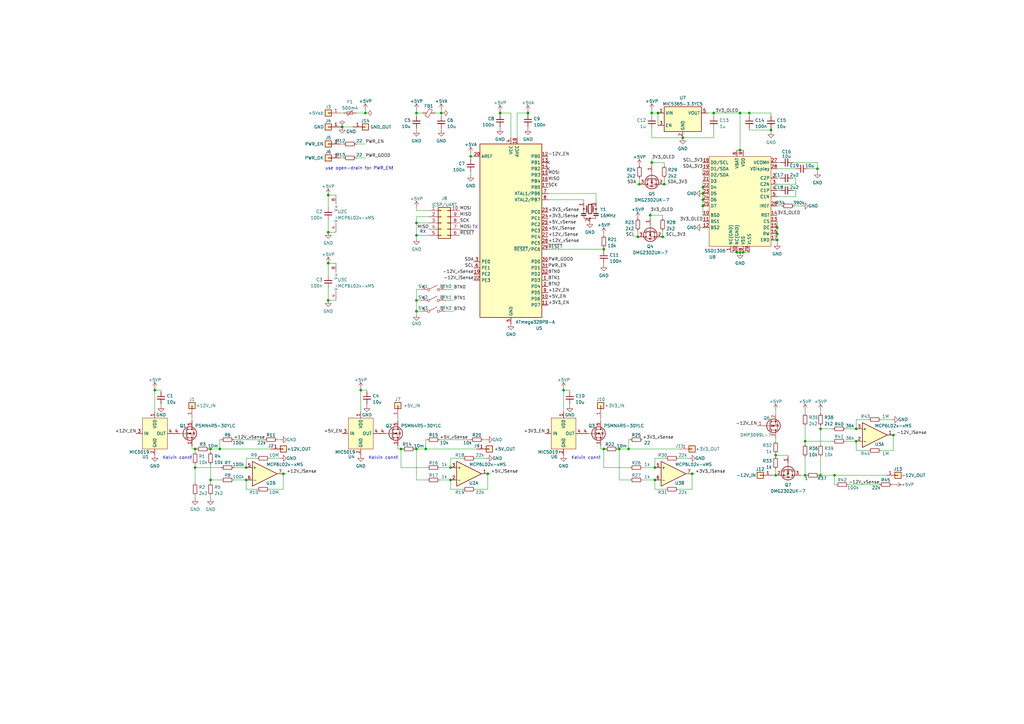
<source format=kicad_sch>
(kicad_sch (version 20230121) (generator eeschema)
  (paper "A3")
  (junction (at 292.735 46.355))
  (junction (at 174.625 184.15))
  (junction (at 336.55 194.945))
  (junction (at 170.815 127.635))
  (junction (at 147.955 160.02))
  (junction (at 134.62 80.01))
  (junction (at 134.62 107.95))
  (junction (at 205.105 46.355))
  (junction (at 272.415 75.565))
  (junction (at 330.2 194.945))
  (junction (at 267.335 46.355))
  (junction (at 216.535 46.355))
  (junction (at 100.965 196.85))
  (junction (at 63.5 160.02))
  (junction (at 247.65 184.15))
  (junction (at 280.035 56.515))
  (junction (at 257.81 184.15))
  (junction (at 170.815 91.44))
  (junction (at 184.785 196.85))
  (junction (at 288.29 79.375))
  (junction (at 335.28 69.215))
  (junction (at 170.815 96.52))
  (junction (at 170.815 184.15))
  (junction (at 318.77 93.345))
  (junction (at 288.29 84.455))
  (junction (at 80.01 191.77))
  (junction (at 116.205 194.31))
  (junction (at 318.135 186.69))
  (junction (at 307.34 46.355))
  (junction (at 303.53 103.505))
  (junction (at 100.965 191.77))
  (junction (at 231.14 160.02))
  (junction (at 134.62 95.25))
  (junction (at 318.77 98.425))
  (junction (at 134.62 123.19))
  (junction (at 302.26 103.505))
  (junction (at 170.815 123.19))
  (junction (at 330.2 180.975))
  (junction (at 304.8 103.505))
  (junction (at 283.845 194.31))
  (junction (at 268.605 196.85))
  (junction (at 266.7 88.265))
  (junction (at 140.335 52.07))
  (junction (at 269.875 46.355))
  (junction (at 80.01 184.15))
  (junction (at 193.04 64.135))
  (junction (at 261.62 97.155))
  (junction (at 149.86 46.355))
  (junction (at 351.155 180.975))
  (junction (at 90.17 184.15))
  (junction (at 254 184.15))
  (junction (at 303.53 46.355))
  (junction (at 316.23 53.34))
  (junction (at 268.605 191.77))
  (junction (at 318.135 194.945))
  (junction (at 184.785 191.77))
  (junction (at 271.78 97.155))
  (junction (at 336.55 175.895))
  (junction (at 303.53 61.595))
  (junction (at 200.025 194.31))
  (junction (at 288.29 76.835))
  (junction (at 342.265 194.945))
  (junction (at 351.155 175.895))
  (junction (at 366.395 178.435))
  (junction (at 170.815 46.355))
  (junction (at 86.36 184.15))
  (junction (at 164.465 184.15))
  (junction (at 247.65 102.235))
  (junction (at 267.335 66.675))
  (junction (at 262.255 75.565))
  (junction (at 86.36 196.85))
  (junction (at 318.77 95.885))
  (junction (at 180.975 46.355))
  (junction (at 288.29 81.915))
  (no_connect (at 224.79 66.675))
  (no_connect (at 224.79 69.215))
  (wire (pts (xy 278.13 187.96) (xy 282.575 187.96)))
  (wire (pts (xy 163.195 171.45) (xy 163.195 172.72)))
  (wire (pts (xy 80.01 190.5) (xy 80.01 191.77)))
  (wire (pts (xy 260.35 97.155) (xy 261.62 97.155)))
  (wire (pts (xy 247.65 102.235) (xy 247.65 102.87)))
  (wire (pts (xy 224.79 102.235) (xy 247.65 102.235)))
  (wire (pts (xy 147.955 160.02) (xy 150.495 160.02)))
  (wire (pts (xy 198.12 180.34) (xy 199.39 180.34)))
  (wire (pts (xy 189.865 187.96) (xy 184.785 187.96)))
  (wire (pts (xy 205.105 46.355) (xy 205.105 46.99)))
  (wire (pts (xy 318.77 80.645) (xy 326.39 80.645)))
  (wire (pts (xy 170.815 86.36) (xy 175.895 86.36)))
  (wire (pts (xy 318.77 84.455) (xy 320.675 84.455)))
  (wire (pts (xy 356.235 172.085) (xy 351.155 172.085)))
  (wire (pts (xy 257.81 184.15) (xy 278.765 184.15)))
  (wire (pts (xy 336.55 168.275) (xy 336.55 169.545)))
  (wire (pts (xy 336.55 175.895) (xy 341.63 175.895)))
  (wire (pts (xy 113.665 180.34) (xy 114.935 180.34)))
  (wire (pts (xy 233.68 160.655) (xy 233.68 160.02)))
  (wire (pts (xy 267.335 52.705) (xy 267.335 56.515)))
  (wire (pts (xy 330.2 187.325) (xy 330.2 194.945)))
  (wire (pts (xy 335.28 69.215) (xy 331.47 69.215)))
  (wire (pts (xy 316.23 53.34) (xy 307.34 53.34)))
  (wire (pts (xy 150.495 160.655) (xy 150.495 160.02)))
  (wire (pts (xy 170.815 123.19) (xy 170.815 127.635)))
  (wire (pts (xy 147.955 160.02) (xy 147.955 168.91)))
  (wire (pts (xy 342.9 198.755) (xy 342.265 198.755)))
  (wire (pts (xy 231.14 159.385) (xy 231.14 160.02)))
  (wire (pts (xy 271.78 89.535) (xy 271.78 88.265)))
  (wire (pts (xy 316.23 47.625) (xy 316.23 46.355)))
  (wire (pts (xy 86.36 196.85) (xy 90.805 196.85)))
  (wire (pts (xy 194.945 187.96) (xy 199.39 187.96)))
  (wire (pts (xy 233.68 165.735) (xy 233.68 166.37)))
  (wire (pts (xy 170.815 97.79) (xy 170.815 96.52)))
  (wire (pts (xy 63.5 160.02) (xy 63.5 168.91)))
  (wire (pts (xy 134.62 85.09) (xy 134.62 80.01)))
  (wire (pts (xy 316.23 52.705) (xy 316.23 53.34)))
  (wire (pts (xy 134.62 90.17) (xy 134.62 95.25)))
  (wire (pts (xy 80.01 184.15) (xy 80.01 185.42)))
  (wire (pts (xy 248.285 184.15) (xy 247.65 184.15)))
  (wire (pts (xy 110.49 200.66) (xy 116.205 200.66)))
  (wire (pts (xy 292.735 47.625) (xy 292.735 46.355)))
  (wire (pts (xy 95.885 191.77) (xy 100.965 191.77)))
  (wire (pts (xy 209.55 46.355) (xy 209.55 56.515)))
  (wire (pts (xy 346.71 175.895) (xy 351.155 175.895)))
  (wire (pts (xy 180.975 45.085) (xy 180.975 46.355)))
  (wire (pts (xy 80.645 184.15) (xy 80.01 184.15)))
  (wire (pts (xy 292.735 46.355) (xy 290.195 46.355)))
  (wire (pts (xy 80.01 191.77) (xy 90.805 191.77)))
  (wire (pts (xy 247.65 191.77) (xy 258.445 191.77)))
  (wire (pts (xy 224.79 81.915) (xy 239.395 81.915)))
  (wire (pts (xy 212.09 46.355) (xy 216.535 46.355)))
  (wire (pts (xy 361.315 172.085) (xy 365.76 172.085)))
  (wire (pts (xy 272.415 75.565) (xy 273.685 75.565)))
  (wire (pts (xy 336.55 175.895) (xy 336.55 182.245)))
  (wire (pts (xy 302.26 103.505) (xy 303.53 103.505)))
  (wire (pts (xy 193.04 64.135) (xy 193.04 65.405)))
  (wire (pts (xy 272.415 73.025) (xy 272.415 75.565)))
  (wire (pts (xy 180.34 180.34) (xy 193.04 180.34)))
  (wire (pts (xy 231.14 160.02) (xy 231.14 168.91)))
  (wire (pts (xy 134.62 123.19) (xy 137.795 123.19)))
  (wire (pts (xy 178.435 46.355) (xy 180.975 46.355)))
  (wire (pts (xy 325.12 66.675) (xy 335.28 66.675)))
  (wire (pts (xy 273.05 187.96) (xy 268.605 187.96)))
  (wire (pts (xy 86.36 196.85) (xy 86.36 198.12)))
  (wire (pts (xy 307.34 53.34) (xy 307.34 52.705)))
  (wire (pts (xy 170.815 45.085) (xy 170.815 46.355)))
  (wire (pts (xy 80.01 191.77) (xy 80.01 198.12)))
  (wire (pts (xy 318.77 93.345) (xy 318.77 90.805)))
  (wire (pts (xy 86.36 184.15) (xy 86.36 185.42)))
  (wire (pts (xy 246.38 184.15) (xy 247.65 184.15)))
  (wire (pts (xy 174.625 180.34) (xy 174.625 184.15)))
  (wire (pts (xy 90.805 180.34) (xy 90.17 180.34)))
  (wire (pts (xy 267.335 66.675) (xy 272.415 66.675)))
  (wire (pts (xy 330.2 180.975) (xy 341.63 180.975)))
  (wire (pts (xy 254 184.15) (xy 254 196.85)))
  (wire (pts (xy 267.335 66.675) (xy 267.335 67.945)))
  (wire (pts (xy 318.135 168.275) (xy 318.135 169.545)))
  (wire (pts (xy 303.53 46.355) (xy 303.53 61.595)))
  (wire (pts (xy 272.415 67.945) (xy 272.415 66.675)))
  (wire (pts (xy 147.955 159.385) (xy 147.955 160.02)))
  (wire (pts (xy 170.815 118.745) (xy 170.815 123.19)))
  (wire (pts (xy 170.815 96.52) (xy 170.815 91.44)))
  (wire (pts (xy 288.29 79.375) (xy 288.29 81.915)))
  (wire (pts (xy 263.525 191.77) (xy 268.605 191.77)))
  (wire (pts (xy 165.1 184.15) (xy 164.465 184.15)))
  (wire (pts (xy 247.65 184.15) (xy 247.65 191.77)))
  (wire (pts (xy 335.28 69.215) (xy 335.28 70.485)))
  (wire (pts (xy 307.34 46.355) (xy 307.34 47.625)))
  (wire (pts (xy 170.815 184.15) (xy 174.625 184.15)))
  (wire (pts (xy 273.05 200.66) (xy 268.605 200.66)))
  (wire (pts (xy 164.465 184.15) (xy 164.465 191.77)))
  (wire (pts (xy 90.17 184.15) (xy 111.125 184.15)))
  (wire (pts (xy 271.78 94.615) (xy 271.78 97.155)))
  (wire (pts (xy 347.98 198.755) (xy 360.68 198.755)))
  (wire (pts (xy 263.525 196.85) (xy 268.605 196.85)))
  (wire (pts (xy 172.72 118.745) (xy 170.815 118.745)))
  (wire (pts (xy 346.71 180.975) (xy 351.155 180.975)))
  (wire (pts (xy 316.23 46.355) (xy 307.34 46.355)))
  (wire (pts (xy 170.815 85.09) (xy 170.815 86.36)))
  (wire (pts (xy 205.105 46.355) (xy 209.55 46.355)))
  (wire (pts (xy 288.29 69.215) (xy 288.29 71.755)))
  (wire (pts (xy 205.105 52.07) (xy 205.105 52.705)))
  (wire (pts (xy 170.815 127.635) (xy 170.815 128.905)))
  (wire (pts (xy 170.815 47.625) (xy 170.815 46.355)))
  (wire (pts (xy 318.77 95.885) (xy 318.77 93.345)))
  (wire (pts (xy 174.625 184.15) (xy 195.58 184.15)))
  (wire (pts (xy 330.2 194.945) (xy 330.835 194.945)))
  (wire (pts (xy 184.785 200.66) (xy 184.785 196.85)))
  (wire (pts (xy 299.72 103.505) (xy 302.26 103.505)))
  (wire (pts (xy 342.265 194.945) (xy 342.265 198.755)))
  (wire (pts (xy 278.13 200.66) (xy 283.845 200.66)))
  (wire (pts (xy 193.04 62.865) (xy 193.04 64.135)))
  (wire (pts (xy 149.86 46.355) (xy 146.05 46.355)))
  (wire (pts (xy 182.88 118.745) (xy 186.055 118.745)))
  (wire (pts (xy 163.195 182.88) (xy 163.195 184.15)))
  (wire (pts (xy 318.135 192.405) (xy 318.135 194.945)))
  (wire (pts (xy 266.7 86.995) (xy 266.7 88.265)))
  (wire (pts (xy 257.81 180.34) (xy 257.81 184.15)))
  (wire (pts (xy 258.445 180.34) (xy 257.81 180.34)))
  (wire (pts (xy 318.77 98.425) (xy 318.77 95.885)))
  (wire (pts (xy 323.215 186.69) (xy 318.135 186.69)))
  (wire (pts (xy 267.335 65.405) (xy 267.335 66.675)))
  (wire (pts (xy 140.335 52.07) (xy 144.78 52.07)))
  (wire (pts (xy 63.5 159.385) (xy 63.5 160.02)))
  (wire (pts (xy 146.05 59.055) (xy 149.86 59.055)))
  (wire (pts (xy 316.23 53.34) (xy 316.23 53.975)))
  (wire (pts (xy 266.7 88.265) (xy 266.7 89.535)))
  (wire (pts (xy 184.785 187.96) (xy 184.785 191.77)))
  (wire (pts (xy 139.7 52.07) (xy 140.335 52.07)))
  (wire (pts (xy 330.2 180.975) (xy 330.2 182.245)))
  (wire (pts (xy 244.475 79.375) (xy 244.475 83.185)))
  (wire (pts (xy 366.395 184.785) (xy 366.395 178.435)))
  (wire (pts (xy 216.535 46.355) (xy 216.535 46.99)))
  (wire (pts (xy 78.74 184.15) (xy 80.01 184.15)))
  (wire (pts (xy 335.28 66.675) (xy 335.28 69.215)))
  (wire (pts (xy 134.62 95.25) (xy 137.795 95.25)))
  (wire (pts (xy 105.41 187.96) (xy 100.965 187.96)))
  (wire (pts (xy 189.865 200.66) (xy 184.785 200.66)))
  (wire (pts (xy 283.845 200.66) (xy 283.845 194.31)))
  (wire (pts (xy 318.77 78.105) (xy 320.04 78.105)))
  (wire (pts (xy 200.025 200.66) (xy 200.025 194.31)))
  (wire (pts (xy 365.76 198.755) (xy 367.03 198.755)))
  (wire (pts (xy 170.815 123.19) (xy 172.72 123.19)))
  (wire (pts (xy 280.035 56.515) (xy 292.735 56.515)))
  (wire (pts (xy 170.815 196.85) (xy 175.26 196.85)))
  (wire (pts (xy 78.74 182.88) (xy 78.74 184.15)))
  (wire (pts (xy 134.62 118.11) (xy 134.62 123.19)))
  (wire (pts (xy 260.985 75.565) (xy 262.255 75.565)))
  (wire (pts (xy 267.335 47.625) (xy 267.335 46.355)))
  (wire (pts (xy 86.36 203.2) (xy 86.36 204.47)))
  (wire (pts (xy 356.235 184.785) (xy 351.155 184.785)))
  (wire (pts (xy 247.65 95.885) (xy 247.65 96.52)))
  (wire (pts (xy 90.17 180.34) (xy 90.17 184.15)))
  (wire (pts (xy 253.365 184.15) (xy 254 184.15)))
  (wire (pts (xy 247.65 101.6) (xy 247.65 102.235)))
  (wire (pts (xy 267.335 56.515) (xy 280.035 56.515)))
  (wire (pts (xy 200.025 194.31) (xy 201.295 194.31)))
  (wire (pts (xy 86.36 190.5) (xy 86.36 196.85)))
  (wire (pts (xy 323.215 187.325) (xy 323.215 186.69)))
  (wire (pts (xy 180.34 196.85) (xy 184.785 196.85)))
  (wire (pts (xy 318.135 186.055) (xy 318.135 186.69)))
  (wire (pts (xy 63.5 160.02) (xy 66.04 160.02)))
  (wire (pts (xy 193.04 70.485) (xy 193.04 71.755)))
  (wire (pts (xy 170.815 184.15) (xy 170.815 196.85)))
  (wire (pts (xy 139.7 64.77) (xy 140.97 64.77)))
  (wire (pts (xy 163.195 184.15) (xy 164.465 184.15)))
  (wire (pts (xy 170.815 88.9) (xy 175.895 88.9)))
  (wire (pts (xy 283.845 194.31) (xy 285.115 194.31)))
  (wire (pts (xy 303.53 61.595) (xy 304.8 61.595)))
  (wire (pts (xy 134.62 113.03) (xy 134.62 107.95)))
  (wire (pts (xy 110.49 187.96) (xy 114.935 187.96)))
  (wire (pts (xy 268.605 200.66) (xy 268.605 196.85)))
  (wire (pts (xy 170.815 91.44) (xy 175.895 91.44)))
  (wire (pts (xy 336.55 194.945) (xy 342.265 194.945)))
  (wire (pts (xy 266.7 88.265) (xy 271.78 88.265)))
  (wire (pts (xy 318.135 179.705) (xy 318.135 180.975)))
  (wire (pts (xy 80.01 203.2) (xy 80.01 204.47)))
  (wire (pts (xy 170.815 91.44) (xy 170.815 88.9)))
  (wire (pts (xy 304.8 103.505) (xy 307.34 103.505)))
  (wire (pts (xy 182.88 127.635) (xy 186.055 127.635)))
  (wire (pts (xy 170.18 184.15) (xy 170.815 184.15)))
  (wire (pts (xy 336.55 187.325) (xy 336.55 194.945)))
  (wire (pts (xy 78.74 171.45) (xy 78.74 172.72)))
  (wire (pts (xy 247.65 107.95) (xy 247.65 108.585)))
  (wire (pts (xy 180.34 191.77) (xy 184.785 191.77)))
  (wire (pts (xy 269.875 46.355) (xy 269.875 51.435)))
  (wire (pts (xy 361.315 184.785) (xy 366.395 184.785)))
  (wire (pts (xy 105.41 200.66) (xy 100.965 200.66)))
  (wire (pts (xy 146.05 64.77) (xy 149.86 64.77)))
  (wire (pts (xy 116.205 194.31) (xy 117.475 194.31)))
  (wire (pts (xy 66.04 160.655) (xy 66.04 160.02)))
  (wire (pts (xy 150.495 165.735) (xy 150.495 166.37)))
  (wire (pts (xy 254 196.85) (xy 258.445 196.85)))
  (wire (pts (xy 216.535 52.07) (xy 216.535 52.705)))
  (wire (pts (xy 325.755 84.455) (xy 328.93 84.455)))
  (wire (pts (xy 318.77 99.695) (xy 318.77 98.425)))
  (wire (pts (xy 170.815 52.705) (xy 170.815 53.34)))
  (wire (pts (xy 254 184.15) (xy 257.81 184.15)))
  (wire (pts (xy 194.945 200.66) (xy 200.025 200.66)))
  (wire (pts (xy 261.62 94.615) (xy 261.62 97.155)))
  (wire (pts (xy 170.815 127.635) (xy 172.72 127.635)))
  (wire (pts (xy 330.2 174.625) (xy 330.2 180.975)))
  (wire (pts (xy 351.155 172.085) (xy 351.155 175.895)))
  (wire (pts (xy 246.38 171.45) (xy 246.38 172.72)))
  (wire (pts (xy 212.09 46.355) (xy 212.09 56.515)))
  (wire (pts (xy 267.335 46.355) (xy 269.875 46.355)))
  (wire (pts (xy 262.255 73.025) (xy 262.255 75.565)))
  (wire (pts (xy 66.04 165.735) (xy 66.04 166.37)))
  (wire (pts (xy 303.53 46.355) (xy 307.34 46.355)))
  (wire (pts (xy 288.29 81.915) (xy 288.29 84.455)))
  (wire (pts (xy 95.885 196.85) (xy 100.965 196.85)))
  (wire (pts (xy 318.135 186.69) (xy 318.135 187.325)))
  (wire (pts (xy 246.38 182.88) (xy 246.38 184.15)))
  (wire (pts (xy 292.735 46.355) (xy 303.53 46.355)))
  (wire (pts (xy 180.975 52.705) (xy 180.975 53.34)))
  (wire (pts (xy 100.965 200.66) (xy 100.965 196.85)))
  (wire (pts (xy 328.295 194.945) (xy 330.2 194.945)))
  (wire (pts (xy 288.29 74.295) (xy 288.29 76.835)))
  (wire (pts (xy 267.335 45.085) (xy 267.335 46.355)))
  (wire (pts (xy 271.78 97.155) (xy 273.05 97.155)))
  (wire (pts (xy 100.965 187.96) (xy 100.965 191.77)))
  (wire (pts (xy 366.395 178.435) (xy 367.665 178.435)))
  (wire (pts (xy 139.7 59.055) (xy 140.97 59.055)))
  (wire (pts (xy 326.39 73.025) (xy 326.39 75.565)))
  (wire (pts (xy 116.205 200.66) (xy 116.205 194.31)))
  (wire (pts (xy 330.2 168.275) (xy 330.2 169.545)))
  (wire (pts (xy 239.395 81.915) (xy 239.395 83.185)))
  (wire (pts (xy 139.7 46.355) (xy 140.97 46.355)))
  (wire (pts (xy 224.79 79.375) (xy 244.475 79.375)))
  (wire (pts (xy 303.53 103.505) (xy 304.8 103.505)))
  (wire (pts (xy 318.77 66.675) (xy 320.04 66.675)))
  (wire (pts (xy 326.39 78.105) (xy 325.12 78.105)))
  (wire (pts (xy 302.26 61.595) (xy 303.53 61.595)))
  (wire (pts (xy 164.465 191.77) (xy 175.26 191.77)))
  (wire (pts (xy 149.86 45.085) (xy 149.86 46.355)))
  (wire (pts (xy 268.605 187.96) (xy 268.605 191.77)))
  (wire (pts (xy 170.815 46.355) (xy 173.355 46.355)))
  (wire (pts (xy 175.26 180.34) (xy 174.625 180.34)))
  (wire (pts (xy 318.77 73.025) (xy 320.04 73.025)))
  (wire (pts (xy 288.29 76.835) (xy 288.29 79.375)))
  (wire (pts (xy 170.815 96.52) (xy 175.895 96.52)))
  (wire (pts (xy 336.55 194.945) (xy 335.915 194.945)))
  (wire (pts (xy 180.975 46.355) (xy 180.975 47.625)))
  (wire (pts (xy 318.77 75.565) (xy 326.39 75.565)))
  (wire (pts (xy 336.55 174.625) (xy 336.55 175.895)))
  (wire (pts (xy 292.735 52.705) (xy 292.735 56.515)))
  (wire (pts (xy 231.14 160.02) (xy 233.68 160.02)))
  (wire (pts (xy 194.31 64.135) (xy 193.04 64.135)))
  (wire (pts (xy 326.39 80.645) (xy 326.39 78.105)))
  (wire (pts (xy 342.265 194.945) (xy 363.22 194.945)))
  (wire (pts (xy 318.77 69.215) (xy 326.39 69.215)))
  (wire (pts (xy 86.36 184.15) (xy 90.17 184.15)))
  (wire (pts (xy 134.62 80.01) (xy 137.795 80.01)))
  (wire (pts (xy 85.725 184.15) (xy 86.36 184.15)))
  (wire (pts (xy 95.885 180.34) (xy 108.585 180.34)))
  (wire (pts (xy 182.88 123.19) (xy 186.055 123.19)))
  (wire (pts (xy 325.12 73.025) (xy 326.39 73.025)))
  (wire (pts (xy 351.155 184.785) (xy 351.155 180.975)))
  (wire (pts (xy 216.535 45.72) (xy 216.535 46.355)))
  (wire (pts (xy 205.105 45.72) (xy 205.105 46.355)))
  (wire (pts (xy 134.62 107.95) (xy 137.795 107.95)))
  (wire (pts (xy 316.865 194.945) (xy 318.135 194.945)))
  (wire (pts (xy 288.29 84.455) (xy 288.29 88.265)))
  (text "Kelvin conn!" (at 66.675 188.595 0) (effects (font (size 1.27 1.27)) (justify left bottom)))
  (text "Kelvin conn!" (at 151.13 188.595 0) (effects (font (size 1.27 1.27)) (justify left bottom)))
  (text "Kelvin conn!" (at 234.315 188.595 0) (effects (font (size 1.27 1.27)) (justify left bottom)))
  (text "use open-drain for PWR_EN!" (at 133.35 69.85 0) (effects (font (size 1.27 1.27)) (justify left bottom)))
  (text "TX" (at 193.675 93.98 0) (effects (font (size 1.27 1.27)) (justify left bottom)))
  (text "RX" (at 172.085 95.885 0) (effects (font (size 1.27 1.27)) (justify left bottom)))
  (label "3V3_OLED" (at 293.37 46.355 0))
  (label "BTN1" (at 186.055 123.19 0))
  (label "-12V_iSense" (at 194.31 114.935 180))
  (label "+5V_vSense" (at 224.79 92.075 0))
  (label "+3V3_vSense" (at 224.79 86.995 0))
  (label "SDA" (at 194.31 107.315 180))
  (label "3V3_OLED" (at 288.29 90.805 180))
  (label "BTN1" (at 224.79 114.935 0))
  (label "+3V3_iSense" (at 224.79 89.535 0))
  (label "+3V3_iSense" (at 285.115 194.31 0))
  (label "~{RESET}" (at 224.79 102.235 0))
  (label "+3V3_EN" (at 224.79 125.095 0))
  (label "PWR_EN" (at 224.79 109.855 0))
  (label "MOSI" (at 188.595 93.98 0))
  (label "+12V_iSense" (at 117.475 194.31 0))
  (label "MISO" (at 188.595 88.9 0))
  (label "-12V_vSense" (at 347.98 198.755 0))
  (label "MISO" (at 224.79 74.295 0))
  (label "+5V_EN" (at 224.79 122.555 0))
  (label "3V3_OLED" (at 266.7 86.995 0))
  (label "SDA_3V3" (at 273.685 75.565 0))
  (label "3V3_OLED" (at 318.77 88.265 0))
  (label "-12V_iSense" (at 367.665 178.435 0))
  (label "SCK" (at 188.595 91.44 0))
  (label "BTN0" (at 224.79 112.395 0))
  (label "~{RESET}" (at 188.595 96.52 0))
  (label "+5V_vSense" (at 180.34 180.34 0))
  (label "+12V_iSense" (at 224.79 97.155 0))
  (label "+12V_vSense" (at 224.79 99.695 0))
  (label "PWR_GOOD" (at 224.79 107.315 0))
  (label "3V3_OLED" (at 267.335 65.405 0))
  (label "-12V_vSense" (at 194.31 112.395 180))
  (label "PWR_EN" (at 149.86 59.055 0))
  (label "SCK" (at 224.79 76.835 0))
  (label "BTN0" (at 186.055 118.745 0))
  (label "MOSI" (at 188.595 86.36 0))
  (label "+5V_iSense" (at 201.295 194.31 0))
  (label "+3V3_vSense" (at 263.525 180.34 0))
  (label "-12V_EN" (at 224.79 64.135 0))
  (label "SCL" (at 194.31 109.855 180))
  (label "SCL" (at 260.35 97.155 180))
  (label "+5V_EN" (at 140.335 177.8 180))
  (label "+12V_EN" (at 55.88 177.8 180))
  (label "-12V_EN" (at 310.515 174.625 180))
  (label "+5V_iSense" (at 224.79 94.615 0))
  (label "SCL_3V3" (at 273.05 97.155 0))
  (label "BTN2" (at 186.055 127.635 0))
  (label "SDA" (at 260.985 75.565 180))
  (label "+12V_vSense" (at 95.885 180.34 0))
  (label "MOSI" (at 224.79 71.755 0))
  (label "BTN2" (at 224.79 117.475 0))
  (label "+3V3_EN" (at 223.52 177.8 180))
  (label "PWR_GOOD" (at 149.86 64.77 0))
  (label "SCL_3V3" (at 288.29 66.675 180))
  (label "MISO" (at 175.895 93.98 180))
  (label "SDA_3V3" (at 288.29 69.215 180))
  (label "+12V_EN" (at 224.79 120.015 0))
  (symbol (lib_id "power:GND") (at 288.29 93.345 270) (unit 1)
    (property "Reference" "#PWR045" (effects hide))
    (property "Value" "GND" (at 285.75 93.345 90) (effects (justify right)))
  )
  (symbol (lib_id "Device:Q_NMOS_GSD") (at 323.215 192.405 270) (unit 1)
    (property "Reference" "Q7" (at 323.215 198.8804 90))
    (property "Value" "DMG2302UK-7" (at 323.215 201.4173 90))
    (property "Footprint" "Package_TO_SOT_SMD:SOT-23" (effects hide))
  )
  (symbol (lib_id "Connector_Generic:Conn_01x01") (at 200.66 184.15 0) (unit 1)
    (property "Reference" "J9" (at 195.58 182.88 0))
    (property "Value" "+5V_OUT" (at 207.01 184.15 0))
    (property "Footprint" "extraparts:barrel_3.5mm" (effects hide))
  )
  (symbol (lib_id "power:+5VP") (at 367.03 198.755 270) (unit 1)
    (property "Reference" "#PWR055" (effects hide))
    (property "Value" "+5VP" (at 369.57 198.755 90) (effects (justify left)))
  )
  (symbol (lib_id "Device:R_Small") (at 275.59 200.66 90) (unit 1)
    (property "Reference" "R31" (at 271.78 201.93 90))
    (property "Value" "22k" (at 280.035 201.93 90))
    (property "Footprint" "Resistor_SMD:R_0603_1608Metric" (effects hide))
  )
  (symbol (lib_id "Connector_Generic:Conn_02x05_Counter_Clockwise") (at 180.975 91.44 0) (unit 1)
    (property "Reference" "J8" (at 182.245 81.3902 0))
    (property "Value" "ICSP/UART" (at 182.245 83.9271 0))
    (property "Footprint" "extraparts:TC2050+Header" (effects hide))
  )
  (symbol (lib_id "Device:R_Small") (at 363.22 198.755 90) (unit 1)
    (property "Reference" "R45" (at 363.22 196.85 90))
    (property "Value" "22k" (at 359.41 200.025 90))
    (property "Footprint" "Resistor_SMD:R_0603_1608Metric" (effects hide))
  )
  (symbol (lib_id "Transistor_FET:PSMN5R2-60YL") (at 76.2 177.8 0) (unit 1)
    (property "Reference" "Q1" (at 73.66 174.625 0) (effects (justify left)))
    (property "Value" "PSMN4R5-30YLC" (at 80.01 174.625 0) (effects (justify left)))
    (property "Footprint" "Package_TO_SOT_SMD:LFPAK56" (effects hide))
  )
  (symbol (lib_id "Device:R_Small") (at 261.62 92.075 0) (mirror x) (unit 1)
    (property "Reference" "R23" (at 260.1215 91.2403 0) (effects (justify right)))
    (property "Value" "2k2" (at 260.1215 93.7772 0) (effects (justify right)))
    (property "Footprint" "Resistor_SMD:R_0603_1608Metric" (effects hide))
  )
  (symbol (lib_id "power:GND") (at 193.04 71.755 0) (unit 1)
    (property "Reference" "#PWR025" (effects hide))
    (property "Value" "GND" (at 193.04 76.1984 0))
  )
  (symbol (lib_id "Device:R_Small") (at 344.17 175.895 90) (unit 1)
    (property "Reference" "R40" (at 344.17 173.99 90))
    (property "Value" "36k" (at 348.615 174.625 90))
    (property "Footprint" "Resistor_SMD:R_0603_1608Metric" (effects hide))
  )
  (symbol (lib_id "Device:R_Small") (at 318.135 183.515 0) (mirror x) (unit 1)
    (property "Reference" "R32" (at 316.6364 182.6803 0) (effects (justify right)))
    (property "Value" "1k" (at 316.6364 185.2172 0) (effects (justify right)))
    (property "Footprint" "Resistor_SMD:R_0603_1608Metric" (effects hide))
  )
  (symbol (lib_id "Device:Q_NMOS_GSD") (at 267.335 73.025 90) (mirror x) (unit 1)
    (property "Reference" "Q5" (at 267.335 79.5004 90))
    (property "Value" "DMG2302UK-7" (at 267.335 82.0373 90))
    (property "Footprint" "Package_TO_SOT_SMD:SOT-23" (effects hide))
  )
  (symbol (lib_id "Device:C_Small") (at 205.105 49.53 0) (mirror x) (unit 1)
    (property "Reference" "C8" (at 202.7809 48.6889 0) (effects (justify right)))
    (property "Value" "100n" (at 202.7809 51.2258 0) (effects (justify right)))
    (property "Footprint" "Capacitor_SMD:C_0603_1608Metric" (effects hide))
  )
  (symbol (lib_id "power:GND") (at 180.975 53.34 0) (unit 1)
    (property "Reference" "#PWR023" (effects hide))
    (property "Value" "GND" (at 180.975 57.7834 0))
  )
  (symbol (lib_id "power:GND") (at 140.335 52.07 0) (unit 1)
    (property "Reference" "#PWR012" (effects hide))
    (property "Value" "GND" (at 146.05 53.975 0) (effects (justify right)))
  )
  (symbol (lib_id "Device:R_Small") (at 167.64 184.15 270) (mirror x) (unit 1)
    (property "Reference" "R14" (at 168.91 182.245 90) (effects (justify right)))
    (property "Value" "10m" (at 173.99 182.88 90) (effects (justify right)))
    (property "Footprint" "Resistor_SMD:R_1206_3216Metric" (effects hide))
  )
  (symbol (lib_id "Device:R_Small") (at 272.415 70.485 0) (unit 1)
    (property "Reference" "R29" (at 273.9136 69.6503 0) (effects (justify left)))
    (property "Value" "2k2" (at 273.9136 72.1872 0) (effects (justify left)))
    (property "Footprint" "Resistor_SMD:R_0603_1608Metric" (effects hide))
  )
  (symbol (lib_id "Device:R_Small") (at 111.125 180.34 90) (unit 1)
    (property "Reference" "R11" (at 111.125 178.435 90))
    (property "Value" "22k" (at 107.315 181.61 90))
    (property "Footprint" "Resistor_SMD:R_0603_1608Metric" (effects hide))
  )
  (symbol (lib_id "Amplifier_Operational:MCP6L02x-xMS") (at 192.405 194.31 0) (unit 1)
    (property "Reference" "U2" (at 194.31 198.12 0))
    (property "Value" "MCP6L02x-xMS" (at 200.025 190.5 0))
    (property "Footprint" "Package_SO:MSOP-8_3x3mm_P0.65mm" (effects hide))
    (property "Datasheet" "http://ww1.microchip.com/downloads/en/devicedoc/22140b.pdf" (effects hide))
  )
  (symbol (lib_id "Device:C_Small") (at 134.62 87.63 0) (mirror x) (unit 1)
    (property "Reference" "C2" (at 132.2959 86.7889 0) (effects (justify right)))
    (property "Value" "100n" (at 132.2959 89.3258 0) (effects (justify right)))
    (property "Footprint" "Capacitor_SMD:C_0603_1608Metric" (effects hide))
  )
  (symbol (lib_id "power:GND") (at 114.935 180.34 90) (unit 1)
    (property "Reference" "#PWR06" (effects hide))
    (property "Value" "GND" (at 117.475 180.34 90) (effects (justify right)))
  )
  (symbol (lib_id "Device:C_Small") (at 150.495 163.195 0) (unit 1)
    (property "Reference" "C4" (at 152.8191 162.3666 0) (effects (justify left)))
    (property "Value" "10u" (at 152.8191 164.9035 0) (effects (justify left)))
    (property "Footprint" "Capacitor_SMD:C_0805_2012Metric" (effects hide))
  )
  (symbol (lib_id "Device:R_Small") (at 195.58 180.34 90) (unit 1)
    (property "Reference" "R20" (at 195.58 178.435 90))
    (property "Value" "10k" (at 191.77 181.61 90))
    (property "Footprint" "Resistor_SMD:R_0603_1608Metric" (effects hide))
  )
  (symbol (lib_id "Connector_Generic:Conn_01x01") (at 134.62 52.07 180) (unit 1)
    (property "Reference" "J4" (at 134.62 49.53 0))
    (property "Value" "GND" (at 130.81 52.07 0))
    (property "Footprint" "MountingHole:MountingHole_3.5mm_Pad" (effects hide))
  )
  (symbol (lib_id "power:+5VP") (at 330.2 168.275 0) (unit 1)
    (property "Reference" "#PWR051" (effects hide))
    (property "Value" "+5VP" (at 330.2 164.6992 0))
  )
  (symbol (lib_id "Device:R_Small") (at 177.8 196.85 90) (unit 1)
    (property "Reference" "R17" (at 177.8 194.945 90))
    (property "Value" "1k" (at 182.245 195.58 90))
    (property "Footprint" "Resistor_SMD:R_0603_1608Metric" (effects hide))
  )
  (symbol (lib_id "Device:C_Small") (at 307.34 50.165 0) (unit 1)
    (property "Reference" "C14" (at 309.6641 49.3366 0) (effects (justify left)))
    (property "Value" "100n" (at 309.6641 51.8735 0) (effects (justify left)))
    (property "Footprint" "Capacitor_SMD:C_0603_1608Metric" (effects hide))
  )
  (symbol (lib_id "power:GND") (at 170.815 128.905 0) (unit 1)
    (property "Reference" "#PWR021" (effects hide))
    (property "Value" "GND" (at 170.815 132.715 0))
  )
  (symbol (lib_id "power:+5VP") (at 134.62 80.01 0) (unit 1)
    (property "Reference" "#PWR08" (effects hide))
    (property "Value" "+5VP" (at 134.62 76.4342 0))
  )
  (symbol (lib_id "Device:R_Small") (at 143.51 59.055 90) (unit 1)
    (property "Reference" "R12" (at 139.7 57.785 90))
    (property "Value" "22" (at 147.32 57.785 90))
    (property "Footprint" "Resistor_SMD:R_0603_1608Metric" (effects hide))
  )
  (symbol (lib_id "Device:R_Small") (at 260.985 191.77 90) (unit 1)
    (property "Reference" "R26" (at 260.985 189.865 90))
    (property "Value" "1k" (at 265.43 190.5 90))
    (property "Footprint" "Resistor_SMD:R_0603_1608Metric" (effects hide))
  )
  (symbol (lib_id "extraparts:MIC5019") (at 231.14 177.8 0) (unit 1)
    (property "Reference" "U6" (at 227.33 187.325 0))
    (property "Value" "MIC5019" (at 224.79 185.42 0))
    (property "Footprint" "extraparts:Micrel_QFN-4_1.2x1.2mm_P0.65mm" (effects hide))
  )
  (symbol (lib_id "power:GND") (at 216.535 52.705 0) (unit 1)
    (property "Reference" "#PWR032" (effects hide))
    (property "Value" "GND" (at 216.535 57.1484 0))
  )
  (symbol (lib_id "power:GND") (at 316.23 53.975 0) (unit 1)
    (property "Reference" "#PWR047" (effects hide))
    (property "Value" "GND" (at 316.23 58.4184 0))
  )
  (symbol (lib_id "Connector_Generic:Conn_01x01") (at 311.785 194.945 180) (unit 1)
    (property "Reference" "J12" (at 311.785 192.405 0))
    (property "Value" "-12V_IN" (at 306.07 194.945 0))
    (property "Footprint" "MountingHole:MountingHole_3.5mm_Pad" (effects hide))
  )
  (symbol (lib_id "power:PWR_FLAG") (at 140.335 52.07 0) (unit 1)
    (property "Reference" "#FLG0101" (effects hide))
    (property "Value" "PWR_FLAG" (effects hide))
  )
  (symbol (lib_id "power:+5VP") (at 231.14 159.385 0) (unit 1)
    (property "Reference" "#PWR033" (effects hide))
    (property "Value" "+5VP" (at 231.14 155.8092 0))
  )
  (symbol (lib_id "Device:R_Small") (at 262.255 70.485 0) (mirror x) (unit 1)
    (property "Reference" "R24" (at 260.7565 69.6503 0) (effects (justify right)))
    (property "Value" "2k2" (at 260.7565 72.1872 0) (effects (justify right)))
    (property "Footprint" "Resistor_SMD:R_0603_1608Metric" (effects hide))
  )
  (symbol (lib_id "Transistor_FET:PSMN5R2-60YL") (at 243.84 177.8 0) (unit 1)
    (property "Reference" "Q3" (at 241.3 174.625 0) (effects (justify left)))
    (property "Value" "PSMN4R5-30YLC" (at 247.65 174.625 0) (effects (justify left)))
    (property "Footprint" "Package_TO_SOT_SMD:LFPAK56" (effects hide))
  )
  (symbol (lib_id "Device:C_Small") (at 233.68 163.195 0) (unit 1)
    (property "Reference" "C10" (at 236.0041 162.3666 0) (effects (justify left)))
    (property "Value" "10u" (at 236.0041 164.9035 0) (effects (justify left)))
    (property "Footprint" "Capacitor_SMD:C_0805_2012Metric" (effects hide))
  )
  (symbol (lib_id "Connector_Generic:Conn_01x01") (at 78.74 166.37 90) (unit 1)
    (property "Reference" "J1" (at 78.74 163.83 90))
    (property "Value" "+12V_IN" (at 84.455 166.37 90))
    (property "Footprint" "MountingHole:MountingHole_3.5mm_Pad" (effects hide))
  )
  (symbol (lib_id "power:GND") (at 328.93 84.455 90) (unit 1)
    (property "Reference" "#PWR050" (effects hide))
    (property "Value" "GND" (at 331.47 84.455 90) (effects (justify right)))
  )
  (symbol (lib_id "Device:C_Small") (at 267.335 50.165 0) (mirror x) (unit 1)
    (property "Reference" "C12" (at 265.0109 49.3239 0) (effects (justify right)))
    (property "Value" "1u" (at 265.0109 51.8608 0) (effects (justify right)))
    (property "Footprint" "Capacitor_SMD:C_0603_1608Metric" (effects hide))
  )
  (symbol (lib_id "Device:R_Small") (at 93.345 196.85 90) (unit 1)
    (property "Reference" "R8" (at 93.345 194.945 90))
    (property "Value" "100k" (at 97.79 195.58 90))
    (property "Footprint" "Resistor_SMD:R_0603_1608Metric" (effects hide))
  )
  (symbol (lib_id "power:+5VP") (at 336.55 168.275 0) (unit 1)
    (property "Reference" "#PWR053" (effects hide))
    (property "Value" "+5VP" (at 336.55 164.6992 0))
  )
  (symbol (lib_id "Switch:SW_SPST") (at 177.8 127.635 0) (unit 1)
    (property "Reference" "SW3" (at 171.45 126.365 0) (effects (justify left)))
    (property "Value" "BTN2" (at 180.34 126.365 0) (effects (justify left)))
    (property "Footprint" "extraparts:SW_SPST_EVPAF" (effects hide))
  )
  (symbol (lib_id "Connector_Generic:Conn_01x01") (at 149.86 52.07 0) (unit 1)
    (property "Reference" "J14" (at 149.86 49.53 0))
    (property "Value" "GND_OUT" (at 156.21 52.07 0))
    (property "Footprint" "extraparts:barrel_3.5mm" (effects hide))
  )
  (symbol (lib_id "power:GND") (at 241.935 90.805 0) (unit 1)
    (property "Reference" "#PWR036" (effects hide))
    (property "Value" "GND" (at 241.935 95.2484 0))
  )
  (symbol (lib_id "power:+5VP") (at 63.5 159.385 0) (unit 1)
    (property "Reference" "#PWR01" (effects hide))
    (property "Value" "+5VP" (at 63.5 155.8092 0))
  )
  (symbol (lib_id "Device:C_Small") (at 316.23 50.165 0) (unit 1)
    (property "Reference" "C15" (at 318.5541 49.3366 0) (effects (justify left)))
    (property "Value" "10u" (at 318.5541 51.8735 0) (effects (justify left)))
    (property "Footprint" "Capacitor_SMD:C_0805_2012Metric" (effects hide))
  )
  (symbol (lib_id "power:GND") (at 63.5 186.69 0) (unit 1)
    (property "Reference" "#PWR02" (effects hide))
    (property "Value" "GND" (at 63.5 191.1334 0))
  )
  (symbol (lib_id "Device:C_Small") (at 328.93 69.215 90) (unit 1)
    (property "Reference" "C19" (at 325.755 67.945 90))
    (property "Value" "10u" (at 332.105 67.945 90))
    (property "Footprint" "Capacitor_SMD:C_0805_2012Metric" (effects hide))
  )
  (symbol (lib_id "power:+5VP") (at 134.62 107.95 0) (unit 1)
    (property "Reference" "#PWR010" (effects hide))
    (property "Value" "+5VP" (at 134.62 104.3742 0))
  )
  (symbol (lib_id "power:+5VP") (at 262.255 67.945 0) (unit 1)
    (property "Reference" "#PWR040" (effects hide))
    (property "Value" "+5VP" (at 262.255 64.3692 0))
  )
  (symbol (lib_id "Device:R_Small") (at 192.405 187.96 90) (unit 1)
    (property "Reference" "R18" (at 188.595 186.69 90))
    (property "Value" "22k" (at 196.85 186.69 90))
    (property "Footprint" "Resistor_SMD:R_0603_1608Metric" (effects hide))
  )
  (symbol (lib_id "Device:C_Small") (at 322.58 78.105 90) (unit 1)
    (property "Reference" "C18" (at 319.405 76.835 90))
    (property "Value" "2u2" (at 325.755 76.835 90))
    (property "Footprint" "Capacitor_SMD:C_0603_1608Metric" (effects hide))
  )
  (symbol (lib_id "extraparts:SSD1306") (at 303.53 81.915 0) (unit 1)
    (property "Reference" "U8" (at 290.83 105.41 0) (effects (justify left)))
    (property "Value" "SSD1306" (at 288.925 102.87 0) (effects (justify left)))
    (property "Footprint" "extraparts:SSD1306" (effects hide))
  )
  (symbol (lib_id "power:GND") (at 231.14 186.69 0) (unit 1)
    (property "Reference" "#PWR034" (effects hide))
    (property "Value" "GND" (at 231.14 191.1334 0))
  )
  (symbol (lib_id "power:+5VA") (at 180.975 45.085 0) (unit 1)
    (property "Reference" "#PWR022" (effects hide))
    (property "Value" "+5VA" (at 180.975 41.5092 0))
  )
  (symbol (lib_id "power:+5VP") (at 170.815 85.09 0) (unit 1)
    (property "Reference" "#PWR019" (effects hide))
    (property "Value" "+5VP" (at 170.815 81.5142 0))
  )
  (symbol (lib_id "Device:R_Small") (at 358.775 172.085 90) (unit 1)
    (property "Reference" "R43" (at 354.965 170.815 90))
    (property "Value" "1M" (at 363.22 170.815 90))
    (property "Footprint" "Resistor_SMD:R_0603_1608Metric" (effects hide))
  )
  (symbol (lib_id "Connector_Generic:Conn_01x01") (at 283.845 184.15 0) (unit 1)
    (property "Reference" "J11" (at 278.765 182.88 0))
    (property "Value" "+3V3_OUT" (at 290.195 184.15 0))
    (property "Footprint" "extraparts:barrel_3.5mm" (effects hide))
  )
  (symbol (lib_id "Device:R_Small") (at 336.55 172.085 0) (unit 1)
    (property "Reference" "R38" (at 338.0486 171.2503 0) (effects (justify left)))
    (property "Value" "2k2" (at 338.0486 173.7872 0) (effects (justify left)))
    (property "Footprint" "Resistor_SMD:R_0603_1608Metric" (effects hide))
  )
  (symbol (lib_id "Switch:SW_SPST") (at 177.8 123.19 0) (unit 1)
    (property "Reference" "SW2" (at 171.45 121.92 0) (effects (justify left)))
    (property "Value" "BTN1" (at 180.34 121.92 0) (effects (justify left)))
    (property "Footprint" "extraparts:SW_SPST_EVPAF" (effects hide))
  )
  (symbol (lib_id "Device:R_Small") (at 344.17 180.975 90) (unit 1)
    (property "Reference" "R41" (at 344.17 179.07 90))
    (property "Value" "36k" (at 348.615 179.705 90))
    (property "Footprint" "Resistor_SMD:R_0603_1608Metric" (effects hide))
  )
  (symbol (lib_id "Amplifier_Operational:MCP6L02x-xMS") (at 276.225 194.31 0) (unit 2)
    (property "Reference" "U3" (at 278.765 198.12 0))
    (property "Value" "MCP6L02x-xMS" (at 284.48 190.5 0))
    (property "Footprint" "Package_SO:MSOP-8_3x3mm_P0.65mm" (effects hide))
    (property "Datasheet" "http://ww1.microchip.com/downloads/en/devicedoc/22140b.pdf" (effects hide))
  )
  (symbol (lib_id "power:GND") (at 134.62 123.19 0) (unit 1)
    (property "Reference" "#PWR011" (effects hide))
    (property "Value" "GND" (at 134.62 127.6334 0))
  )
  (symbol (lib_id "power:GND") (at 365.76 172.085 90) (unit 1)
    (property "Reference" "#PWR054" (effects hide))
    (property "Value" "GND" (at 368.3 172.085 90) (effects (justify right)))
  )
  (symbol (lib_id "Device:R_Small") (at 330.2 184.785 0) (unit 1)
    (property "Reference" "R36" (at 331.6986 183.9503 0) (effects (justify left)))
    (property "Value" "10k" (at 331.6986 186.4872 0) (effects (justify left)))
    (property "Footprint" "Resistor_SMD:R_0603_1608Metric" (effects hide))
  )
  (symbol (lib_id "Device:R_Small") (at 83.185 184.15 270) (mirror x) (unit 1)
    (property "Reference" "R3" (at 84.455 182.245 90) (effects (justify right)))
    (property "Value" "10m" (at 89.535 182.88 90) (effects (justify right)))
    (property "Footprint" "Resistor_SMD:R_1206_3216Metric" (effects hide))
  )
  (symbol (lib_id "Device:R_Small") (at 275.59 187.96 90) (unit 1)
    (property "Reference" "R30" (at 271.78 186.69 90))
    (property "Value" "22k" (at 280.035 186.69 90))
    (property "Footprint" "Resistor_SMD:R_0603_1608Metric" (effects hide))
  )
  (symbol (lib_id "Amplifier_Operational:MCP6L02x-xMS") (at 137.795 115.57 0) (unit 3)
    (property "Reference" "U3" (at 138.43 114.7353 0) (effects (justify left)))
    (property "Value" "MCP6L02x-xMS" (at 138.43 117.2722 0) (effects (justify left)))
    (property "Footprint" "Package_SO:MSOP-8_3x3mm_P0.65mm" (effects hide))
    (property "Datasheet" "http://ww1.microchip.com/downloads/en/devicedoc/22140b.pdf" (effects hide))
  )
  (symbol (lib_id "Device:FerriteBead_Small") (at 175.895 46.355 90) (unit 1)
    (property "Reference" "FB1" (at 175.8569 43.4904 90))
    (property "Value" "FerriteBead_Small" (effects hide))
    (property "Footprint" "Inductor_SMD:L_0402_1005Metric" (effects hide))
  )
  (symbol (lib_id "Regulator_Linear:MIC5365-3.3YC5") (at 280.035 48.895 0) (unit 1)
    (property "Reference" "U7" (at 280.035 40.1152 0))
    (property "Value" "MIC5365-3.3YC5" (at 280.035 42.6521 0))
    (property "Footprint" "Package_TO_SOT_SMD:SOT-353_SC-70-5" (effects hide))
    (property "Datasheet" "http://ww1.microchip.com/downloads/en/DeviceDoc/mic5365.pdf" (effects hide))
  )
  (symbol (lib_id "Connector_Generic:Conn_01x01") (at 246.38 166.37 90) (unit 1)
    (property "Reference" "J10" (at 246.38 163.83 90))
    (property "Value" "+3V3_IN" (at 252.095 166.37 90))
    (property "Footprint" "MountingHole:MountingHole_3.5mm_Pad" (effects hide))
  )
  (symbol (lib_id "Device:Q_PMOS_GSD") (at 315.595 174.625 0) (mirror x) (unit 1)
    (property "Reference" "Q6" (at 313.055 171.45 0) (effects (justify left)))
    (property "Value" "DMP3099L-7" (at 303.53 178.435 0) (effects (justify left)))
    (property "Footprint" "Package_TO_SOT_SMD:SOT-23" (effects hide))
  )
  (symbol (lib_id "power:GND") (at 247.65 108.585 0) (unit 1)
    (property "Reference" "#PWR038" (effects hide))
    (property "Value" "GND" (at 247.65 113.0284 0))
  )
  (symbol (lib_id "Device:R_Small") (at 107.95 200.66 90) (unit 1)
    (property "Reference" "R10" (at 104.14 201.93 90))
    (property "Value" "10M" (at 112.395 201.93 90))
    (property "Footprint" "Resistor_SMD:R_0603_1608Metric" (effects hide))
  )
  (symbol (lib_id "Device:R_Small") (at 93.345 191.77 90) (unit 1)
    (property "Reference" "R7" (at 93.345 189.865 90))
    (property "Value" "100k" (at 97.79 190.5 90))
    (property "Footprint" "Resistor_SMD:R_0603_1608Metric" (effects hide))
  )
  (symbol (lib_id "power:+5VP") (at 318.135 168.275 0) (unit 1)
    (property "Reference" "#PWR049" (effects hide))
    (property "Value" "+5VP" (at 318.135 164.6992 0))
  )
  (symbol (lib_id "power:+5VA") (at 193.04 62.865 0) (unit 1)
    (property "Reference" "#PWR024" (effects hide))
    (property "Value" "+5VA" (at 193.04 59.2892 0))
  )
  (symbol (lib_id "Device:R_Small") (at 177.8 180.34 90) (unit 1)
    (property "Reference" "R15" (at 177.8 178.435 90))
    (property "Value" "10k" (at 182.245 181.61 90))
    (property "Footprint" "Resistor_SMD:R_0603_1608Metric" (effects hide))
  )
  (symbol (lib_id "power:+5VP") (at 147.955 159.385 0) (unit 1)
    (property "Reference" "#PWR013" (effects hide))
    (property "Value" "+5VP" (at 147.955 155.8092 0))
  )
  (symbol (lib_id "Device:R_Small") (at 260.985 196.85 90) (unit 1)
    (property "Reference" "R27" (at 260.985 194.945 90))
    (property "Value" "1k" (at 265.43 195.58 90))
    (property "Footprint" "Resistor_SMD:R_0603_1608Metric" (effects hide))
  )
  (symbol (lib_id "Device:R_Small") (at 80.01 187.96 0) (unit 1)
    (property "Reference" "R1" (at 81.5086 187.1253 0) (effects (justify left)))
    (property "Value" "10k" (at 81.5086 189.6622 0) (effects (justify left)))
    (property "Footprint" "Resistor_SMD:R_0603_1608Metric" (effects hide))
  )
  (symbol (lib_id "Transistor_FET:PSMN5R2-60YL") (at 160.655 177.8 0) (unit 1)
    (property "Reference" "Q2" (at 158.115 174.625 0) (effects (justify left)))
    (property "Value" "PSMN4R5-30YLC" (at 164.465 174.625 0) (effects (justify left)))
    (property "Footprint" "Package_TO_SOT_SMD:LFPAK56" (effects hide))
  )
  (symbol (lib_id "Device:R_Small") (at 93.345 180.34 90) (unit 1)
    (property "Reference" "R6" (at 93.345 178.435 90))
    (property "Value" "100k" (at 97.79 181.61 90))
    (property "Footprint" "Resistor_SMD:R_0603_1608Metric" (effects hide))
  )
  (symbol (lib_id "Device:R_Small") (at 333.375 194.945 270) (mirror x) (unit 1)
    (property "Reference" "R37" (at 339.09 196.215 90) (effects (justify right)))
    (property "Value" "1" (at 331.47 196.215 90) (effects (justify right)))
    (property "Footprint" "Resistor_SMD:R_1206_3216Metric" (effects hide))
  )
  (symbol (lib_id "power:PWR_FLAG") (at 180.975 46.355 270) (unit 1)
    (property "Reference" "#FLG01" (effects hide))
    (property "Value" "PWR_FLAG" (effects hide))
  )
  (symbol (lib_id "power:GND") (at 170.815 97.79 0) (unit 1)
    (property "Reference" "#PWR020" (effects hide))
    (property "Value" "GND" (at 170.815 102.2334 0))
  )
  (symbol (lib_id "power:PWR_FLAG") (at 149.86 46.355 270) (unit 1)
    (property "Reference" "#FLG0102" (effects hide))
    (property "Value" "PWR_FLAG" (effects hide))
  )
  (symbol (lib_id "MCU_Microchip_ATmega:ATmega328PB-A") (at 209.55 94.615 0) (unit 1)
    (property "Reference" "U5" (at 219.71 134.62 0) (effects (justify left)))
    (property "Value" "ATmega328PB-A" (at 211.455 132.08 0) (effects (justify left)))
    (property "Footprint" "Package_QFP:TQFP-32_7x7mm_P0.8mm" (effects hide))
    (property "Datasheet" "http://ww1.microchip.com/downloads/en/DeviceDoc/40001906C.pdf" (effects hide))
  )
  (symbol (lib_id "Device:R_Small") (at 86.36 200.66 0) (unit 1)
    (property "Reference" "R5" (at 87.8586 199.8253 0) (effects (justify left)))
    (property "Value" "2k2" (at 87.8586 202.3622 0) (effects (justify left)))
    (property "Footprint" "Resistor_SMD:R_0603_1608Metric" (effects hide))
  )
  (symbol (lib_id "power:GND") (at 209.55 132.715 0) (unit 1)
    (property "Reference" "#PWR030" (effects hide))
    (property "Value" "GND" (at 209.55 137.1584 0))
  )
  (symbol (lib_id "Device:R_Small") (at 80.01 200.66 0) (unit 1)
    (property "Reference" "R2" (at 81.5086 199.8253 0) (effects (justify left)))
    (property "Value" "2k2" (at 81.5086 202.3622 0) (effects (justify left)))
    (property "Footprint" "Resistor_SMD:R_0603_1608Metric" (effects hide))
  )
  (symbol (lib_id "Device:R_Small") (at 177.8 191.77 90) (unit 1)
    (property "Reference" "R16" (at 177.8 189.865 90))
    (property "Value" "1k" (at 182.245 190.5 90))
    (property "Footprint" "Resistor_SMD:R_0603_1608Metric" (effects hide))
  )
  (symbol (lib_id "Connector_Generic:Conn_01x01") (at 163.195 166.37 90) (unit 1)
    (property "Reference" "J7" (at 163.195 163.83 90))
    (property "Value" "+5V_IN" (at 168.91 166.37 90))
    (property "Footprint" "MountingHole:MountingHole_3.5mm_Pad" (effects hide))
  )
  (symbol (lib_id "power:GND") (at 150.495 166.37 0) (unit 1)
    (property "Reference" "#PWR016" (effects hide))
    (property "Value" "GND" (at 150.495 170.18 0))
  )
  (symbol (lib_id "Device:R_Small") (at 323.215 84.455 90) (unit 1)
    (property "Reference" "R34" (at 320.04 83.185 90))
    (property "Value" "390k" (at 327.66 83.185 90))
    (property "Footprint" "Resistor_SMD:R_0603_1608Metric" (effects hide))
  )
  (symbol (lib_id "Device:R_Small") (at 143.51 64.77 90) (unit 1)
    (property "Reference" "R13" (at 139.7 63.5 90))
    (property "Value" "22" (at 147.32 63.5 90))
    (property "Footprint" "Resistor_SMD:R_0603_1608Metric" (effects hide))
  )
  (symbol (lib_id "Connector_Generic:Conn_01x01") (at 368.3 194.945 0) (unit 1)
    (property "Reference" "J13" (at 368.3 192.405 0))
    (property "Value" "-12V_OUT" (at 374.65 194.945 0))
    (property "Footprint" "extraparts:barrel_3.5mm" (effects hide))
  )
  (symbol (lib_id "Device:C_Small") (at 170.815 50.165 0) (mirror x) (unit 1)
    (property "Reference" "C5" (at 168.491 49.3239 0) (effects (justify right)))
    (property "Value" "10u" (at 168.491 51.8608 0) (effects (justify right)))
    (property "Footprint" "Capacitor_SMD:C_0805_2012Metric" (effects hide))
  )
  (symbol (lib_id "Device:R_Small") (at 86.36 187.96 0) (unit 1)
    (property "Reference" "R4" (at 87.8586 187.1253 0) (effects (justify left)))
    (property "Value" "10k" (at 87.8586 189.6622 0) (effects (justify left)))
    (property "Footprint" "Resistor_SMD:R_0603_1608Metric" (effects hide))
  )
  (symbol (lib_id "power:GND") (at 303.53 103.505 0) (unit 1)
    (property "Reference" "#PWR046" (effects hide))
    (property "Value" "GND" (at 303.53 107.9484 0))
  )
  (symbol (lib_id "Device:R_Small") (at 358.775 184.785 90) (unit 1)
    (property "Reference" "R44" (at 354.965 186.055 90))
    (property "Value" "1M" (at 363.22 186.055 90))
    (property "Footprint" "Resistor_SMD:R_0603_1608Metric" (effects hide))
  )
  (symbol (lib_id "Device:C_Small") (at 134.62 115.57 0) (mirror x) (unit 1)
    (property "Reference" "C3" (at 132.2959 114.7289 0) (effects (justify right)))
    (property "Value" "100n" (at 132.2959 117.2658 0) (effects (justify right)))
    (property "Footprint" "Capacitor_SMD:C_0603_1608Metric" (effects hide))
  )
  (symbol (lib_id "Device:R_Small") (at 345.44 198.755 90) (unit 1)
    (property "Reference" "R42" (at 345.44 196.85 90))
    (property "Value" "100k" (at 349.885 200.025 90))
    (property "Footprint" "Resistor_SMD:R_0603_1608Metric" (effects hide))
  )
  (symbol (lib_id "Device:R_Small") (at 330.2 172.085 0) (unit 1)
    (property "Reference" "R35" (at 331.6986 171.2503 0) (effects (justify left)))
    (property "Value" "2k2" (at 331.6986 173.7872 0) (effects (justify left)))
    (property "Footprint" "Resistor_SMD:R_0603_1608Metric" (effects hide))
  )
  (symbol (lib_id "power:+5VP") (at 205.105 45.72 0) (unit 1)
    (property "Reference" "#PWR028" (effects hide))
    (property "Value" "+5VP" (at 205.105 42.1442 0))
  )
  (symbol (lib_id "power:GND") (at 335.28 70.485 0) (unit 1)
    (property "Reference" "#PWR052" (effects hide))
    (property "Value" "GND" (at 335.28 74.9284 0))
  )
  (symbol (lib_id "Device:Q_NMOS_GSD") (at 266.7 94.615 90) (mirror x) (unit 1)
    (property "Reference" "Q4" (at 266.7 101.0904 90))
    (property "Value" "DMG2302UK-7" (at 266.7 103.6273 90))
    (property "Footprint" "Package_TO_SOT_SMD:SOT-23" (effects hide))
  )
  (symbol (lib_id "Device:C_Small") (at 216.535 49.53 0) (unit 1)
    (property "Reference" "C9" (at 218.8591 48.7016 0) (effects (justify left)))
    (property "Value" "100n" (at 218.8591 51.2385 0) (effects (justify left)))
    (property "Footprint" "Capacitor_SMD:C_0603_1608Metric" (effects hide))
  )
  (symbol (lib_id "power:+5VP") (at 261.62 89.535 0) (unit 1)
    (property "Reference" "#PWR039" (effects hide))
    (property "Value" "+5VP" (at 261.62 85.9592 0))
  )
  (symbol (lib_id "extraparts:MIC5019") (at 147.955 177.8 0) (unit 1)
    (property "Reference" "U4" (at 144.145 187.325 0))
    (property "Value" "MIC5019" (at 141.605 185.42 0))
    (property "Footprint" "extraparts:Micrel_QFN-4_1.2x1.2mm_P0.65mm" (effects hide))
  )
  (symbol (lib_id "Device:C_Small") (at 322.58 66.675 90) (unit 1)
    (property "Reference" "C16" (at 322.58 62.23 90))
    (property "Value" "10u" (at 322.58 64.135 90))
    (property "Footprint" "Capacitor_SMD:C_0805_2012Metric" (effects hide))
  )
  (symbol (lib_id "power:GND") (at 280.035 56.515 0) (unit 1)
    (property "Reference" "#PWR042" (effects hide))
    (property "Value" "GND" (at 280.035 60.9584 0))
  )
  (symbol (lib_id "power:GND") (at 86.36 204.47 0) (unit 1)
    (property "Reference" "#PWR05" (effects hide))
    (property "Value" "GND" (at 86.36 208.9134 0))
  )
  (symbol (lib_id "power:GND") (at 199.39 180.34 90) (unit 1)
    (property "Reference" "#PWR026" (effects hide))
    (property "Value" "GND" (at 201.93 180.34 90) (effects (justify right)))
  )
  (symbol (lib_id "Device:R_Small") (at 192.405 200.66 90) (unit 1)
    (property "Reference" "R19" (at 188.595 201.93 90))
    (property "Value" "22k" (at 196.85 201.93 90))
    (property "Footprint" "Resistor_SMD:R_0603_1608Metric" (effects hide))
  )
  (symbol (lib_id "extraparts:MIC5019") (at 63.5 177.8 0) (unit 1)
    (property "Reference" "U1" (at 59.69 187.325 0))
    (property "Value" "MIC5019" (at 57.15 185.42 0))
    (property "Footprint" "extraparts:Micrel_QFN-4_1.2x1.2mm_P0.65mm" (effects hide))
  )
  (symbol (lib_id "power:GND") (at 233.68 166.37 0) (unit 1)
    (property "Reference" "#PWR035" (effects hide))
    (property "Value" "GND" (at 233.68 170.18 0))
  )
  (symbol (lib_id "Connector_Generic:Conn_01x01") (at 134.62 64.77 180) (unit 1)
    (property "Reference" "J6" (at 134.62 62.23 0))
    (property "Value" "PWR_OK" (at 128.905 64.77 0))
    (property "Footprint" "TestPoint:TestPoint_THTPad_D1.5mm_Drill0.7mm" (effects hide))
  )
  (symbol (lib_id "Connector_Generic:Conn_01x01") (at 134.62 46.355 180) (unit 1)
    (property "Reference" "J3" (at 134.62 43.815 0))
    (property "Value" "+5Vsb" (at 129.54 46.355 0))
    (property "Footprint" "TestPoint:TestPoint_THTPad_D1.5mm_Drill0.7mm" (effects hide))
  )
  (symbol (lib_id "power:GND") (at 134.62 95.25 0) (unit 1)
    (property "Reference" "#PWR09" (effects hide))
    (property "Value" "GND" (at 134.62 99.6934 0))
  )
  (symbol (lib_id "Device:R_Small") (at 250.825 184.15 270) (mirror x) (unit 1)
    (property "Reference" "R22" (at 252.095 182.245 90) (effects (justify right)))
    (property "Value" "10m" (at 257.175 182.88 90) (effects (justify right)))
    (property "Footprint" "Resistor_SMD:R_1206_3216Metric" (effects hide))
  )
  (symbol (lib_id "Device:C_Small") (at 247.65 105.41 0) (unit 1)
    (property "Reference" "C11" (at 249.9741 104.5816 0) (effects (justify left)))
    (property "Value" "100n" (at 249.9741 107.1185 0) (effects (justify left)))
    (property "Footprint" "Capacitor_SMD:C_0603_1608Metric" (effects hide))
  )
  (symbol (lib_id "Amplifier_Operational:MCP6L02x-xMS") (at 358.775 178.435 0) (unit 1)
    (property "Reference" "U3" (at 360.68 182.245 0))
    (property "Value" "MCP6L02x-xMS" (at 366.395 174.625 0))
    (property "Footprint" "Package_SO:MSOP-8_3x3mm_P0.65mm" (effects hide))
    (property "Datasheet" "http://ww1.microchip.com/downloads/en/devicedoc/22140b.pdf" (effects hide))
  )
  (symbol (lib_id "power:GND") (at 170.815 53.34 0) (unit 1)
    (property "Reference" "#PWR018" (effects hide))
    (property "Value" "GND" (at 170.815 57.7834 0))
  )
  (symbol (lib_id "Device:R_Small") (at 336.55 184.785 0) (unit 1)
    (property "Reference" "R39" (at 338.0486 183.9503 0) (effects (justify left)))
    (property "Value" "10k" (at 338.0486 186.4872 0) (effects (justify left)))
    (property "Footprint" "Resistor_SMD:R_0603_1608Metric" (effects hide))
  )
  (symbol (lib_id "Amplifier_Operational:MCP6L02x-xMS") (at 137.795 87.63 0) (unit 3)
    (property "Reference" "U2" (at 138.43 86.7953 0) (effects (justify left)))
    (property "Value" "MCP6L02x-xMS" (at 138.43 89.3322 0) (effects (justify left)))
    (property "Footprint" "Package_SO:MSOP-8_3x3mm_P0.65mm" (effects hide))
    (property "Datasheet" "http://ww1.microchip.com/downloads/en/devicedoc/22140b.pdf" (effects hide))
  )
  (symbol (lib_id "power:GND") (at 66.04 166.37 0) (unit 1)
    (property "Reference" "#PWR03" (effects hide))
    (property "Value" "GND" (at 66.04 170.18 0))
  )
  (symbol (lib_id "power:+5VP") (at 247.65 95.885 0) (unit 1)
    (property "Reference" "#PWR037" (effects hide))
    (property "Value" "+5VP" (at 247.65 92.3092 0))
  )
  (symbol (lib_id "power:+5VA") (at 216.535 45.72 0) (unit 1)
    (property "Reference" "#PWR031" (effects hide))
    (property "Value" "+5VA" (at 216.535 42.1442 0))
  )
  (symbol (lib_id "Device:C_Small") (at 66.04 163.195 0) (unit 1)
    (property "Reference" "C1" (at 68.3641 162.3666 0) (effects (justify left)))
    (property "Value" "10u" (at 68.3641 164.9035 0) (effects (justify left)))
    (property "Footprint" "Capacitor_SMD:C_0805_2012Metric" (effects hide))
  )
  (symbol (lib_id "power:GND") (at 288.29 79.375 270) (unit 1)
    (property "Reference" "#PWR044" (effects hide))
    (property "Value" "GND" (at 285.75 79.375 90) (effects (justify right)))
  )
  (symbol (lib_id "power:+5VP") (at 149.86 45.085 0) (unit 1)
    (property "Reference" "#PWR015" (effects hide))
    (property "Value" "+5VP" (at 149.86 41.5092 0))
  )
  (symbol (lib_id "Connector_Generic:Conn_01x01") (at 134.62 59.055 180) (unit 1)
    (property "Reference" "J5" (at 134.62 56.515 0))
    (property "Value" "PWR_EN" (at 128.905 59.055 0))
    (property "Footprint" "TestPoint:TestPoint_THTPad_D1.5mm_Drill0.7mm" (effects hide))
  )
  (symbol (lib_id "Device:C_Small") (at 180.975 50.165 0) (unit 1)
    (property "Reference" "C6" (at 183.2991 49.3366 0) (effects (justify left)))
    (property "Value" "10u" (at 183.2991 51.8735 0) (effects (justify left)))
    (property "Footprint" "Capacitor_SMD:C_0805_2012Metric" (effects hide))
  )
  (symbol (lib_id "power:GND") (at 282.575 187.96 90) (unit 1)
    (property "Reference" "#PWR043" (effects hide))
    (property "Value" "GND" (at 285.115 187.96 90) (effects (justify right)))
  )
  (symbol (lib_id "Device:R_Small") (at 271.78 92.075 0) (unit 1)
    (property "Reference" "R28" (at 273.2786 91.2403 0) (effects (justify left)))
    (property "Value" "2k2" (at 273.2786 93.7772 0) (effects (justify left)))
    (property "Footprint" "Resistor_SMD:R_0603_1608Metric" (effects hide))
  )
  (symbol (lib_id "Device:C_Small") (at 322.58 73.025 90) (unit 1)
    (property "Reference" "C17" (at 319.405 71.755 90))
    (property "Value" "2u2" (at 325.755 71.755 90))
    (property "Footprint" "Capacitor_SMD:C_0603_1608Metric" (effects hide))
  )
  (symbol (lib_id "power:GND") (at 114.935 187.96 90) (unit 1)
    (property "Reference" "#PWR07" (effects hide))
    (property "Value" "GND" (at 117.475 187.96 90) (effects (justify right)))
  )
  (symbol (lib_id "Device:R_Small") (at 260.985 180.34 90) (unit 1)
    (property "Reference" "R25" (at 260.985 178.435 90))
    (property "Value" "22" (at 265.43 181.61 90))
    (property "Footprint" "Resistor_SMD:R_0603_1608Metric" (effects hide))
  )
  (symbol (lib_id "power:GND") (at 147.955 186.69 0) (unit 1)
    (property "Reference" "#PWR014" (effects hide))
    (property "Value" "GND" (at 147.955 191.1334 0))
  )
  (symbol (lib_id "Device:C_Small") (at 193.04 67.945 0) (mirror x) (unit 1)
    (property "Reference" "C7" (at 190.7159 67.1039 0) (effects (justify right)))
    (property "Value" "100n" (at 190.7159 69.6408 0) (effects (justify right)))
    (property "Footprint" "Capacitor_SMD:C_0603_1608Metric" (effects hide))
  )
  (symbol (lib_id "Device:C_Small") (at 292.735 50.165 0) (unit 1)
    (property "Reference" "C13" (at 295.0591 49.3366 0) (effects (justify left)))
    (property "Value" "1u" (at 295.0591 51.8735 0) (effects (justify left)))
    (property "Footprint" "Capacitor_SMD:C_0603_1608Metric" (effects hide))
  )
  (symbol (lib_id "Switch:SW_SPST") (at 177.8 118.745 0) (unit 1)
    (property "Reference" "SW1" (at 171.45 117.475 0) (effects (justify left)))
    (property "Value" "BTN0" (at 180.34 117.475 0) (effects (justify left)))
    (property "Footprint" "extraparts:SW_SPST_EVPAF" (effects hide))
  )
  (symbol (lib_id "Connector_Generic:Conn_01x01") (at 116.205 184.15 0) (unit 1)
    (property "Reference" "J2" (at 111.125 182.88 0))
    (property "Value" "+12V_OUT" (at 122.555 184.15 0))
    (property "Footprint" "extraparts:barrel_3.5mm" (effects hide))
  )
  (symbol (lib_id "Device:R_Small") (at 247.65 99.06 0) (unit 1)
    (property "Reference" "R21" (at 249.1486 98.2253 0) (effects (justify left)))
    (property "Value" "10k" (at 249.1486 100.7622 0) (effects (justify left)))
    (property "Footprint" "Resistor_SMD:R_0603_1608Metric" (effects hide))
  )
  (symbol (lib_id "power:GND") (at 318.77 99.695 0) (unit 1)
    (property "Reference" "#PWR048" (effects hide))
    (property "Value" "GND" (at 318.77 104.1384 0))
  )
  (symbol (lib_id "Device:R_Small") (at 107.95 187.96 90) (unit 1)
    (property "Reference" "R9" (at 104.14 186.69 90))
    (property "Value" "10M" (at 112.395 186.69 90))
    (property "Footprint" "Resistor_SMD:R_0603_1608Metric" (effects hide))
  )
  (symbol (lib_id "power:+5VP") (at 267.335 45.085 0) (unit 1)
    (property "Reference" "#PWR041" (effects hide))
    (property "Value" "+5VP" (at 267.335 41.5092 0))
  )
  (symbol (lib_id "Device:R_Small") (at 318.135 189.865 0) (mirror x) (unit 1)
    (property "Reference" "R33" (at 316.6364 189.0303 0) (effects (justify right)))
    (property "Value" "1k" (at 316.6364 191.5672 0) (effects (justify right)))
    (property "Footprint" "Resistor_SMD:R_0603_1608Metric" (effects hide))
  )
  (symbol (lib_id "power:+5VP") (at 170.815 45.085 0) (unit 1)
    (property "Reference" "#PWR017" (effects hide))
    (property "Value" "+5VP" (at 170.815 41.5092 0))
  )
  (symbol (lib_id "Device:Resonator_Small") (at 241.935 85.725 0) (unit 1)
    (property "Reference" "Y1" (at 246.126 85.8936 0) (effects (justify left)))
    (property "Value" "16MHz" (at 246.126 88.4305 0) (effects (justify left)))
    (property "Footprint" "Crystal:Resonator_SMD_Murata_CSTxExxV-3Pin_3.0x1.1mm" (effects hide))
  )
  (symbol (lib_id "Device:Polyfuse_Small") (at 143.51 46.355 90) (unit 1)
    (property "Reference" "F1" (at 143.51 41.7662 90))
    (property "Value" "500mA" (at 143.51 44.3031 90))
    (property "Footprint" "Fuse:Fuse_1206_3216Metric" (effects hide))
  )
  (symbol (lib_id "power:GND") (at 205.105 52.705 0) (unit 1)
    (property "Reference" "#PWR029" (effects hide))
    (property "Value" "GND" (at 205.105 57.1484 0))
  )
  (symbol (lib_id "power:GND") (at 80.01 204.47 0) (unit 1)
    (property "Reference" "#PWR04" (effects hide))
    (property "Value" "GND" (at 80.01 208.9134 0))
  )
  (symbol (lib_id "power:GND") (at 199.39 187.96 90) (unit 1)
    (property "Reference" "#PWR027" (effects hide))
    (property "Value" "GND" (at 201.93 187.96 90) (effects (justify right)))
  )
  (symbol (lib_id "Amplifier_Operational:MCP6L02x-xMS") (at 108.585 194.31 0) (unit 2)
    (property "Reference" "U2" (at 111.125 198.12 0))
    (property "Value" "MCP6L02x-xMS" (at 116.84 190.5 0))
    (property "Footprint" "Package_SO:MSOP-8_3x3mm_P0.65mm" (effects hide))
    (property "Datasheet" "http://ww1.microchip.com/downloads/en/devicedoc/22140b.pdf" (effects hide))
  )
)
</source>
